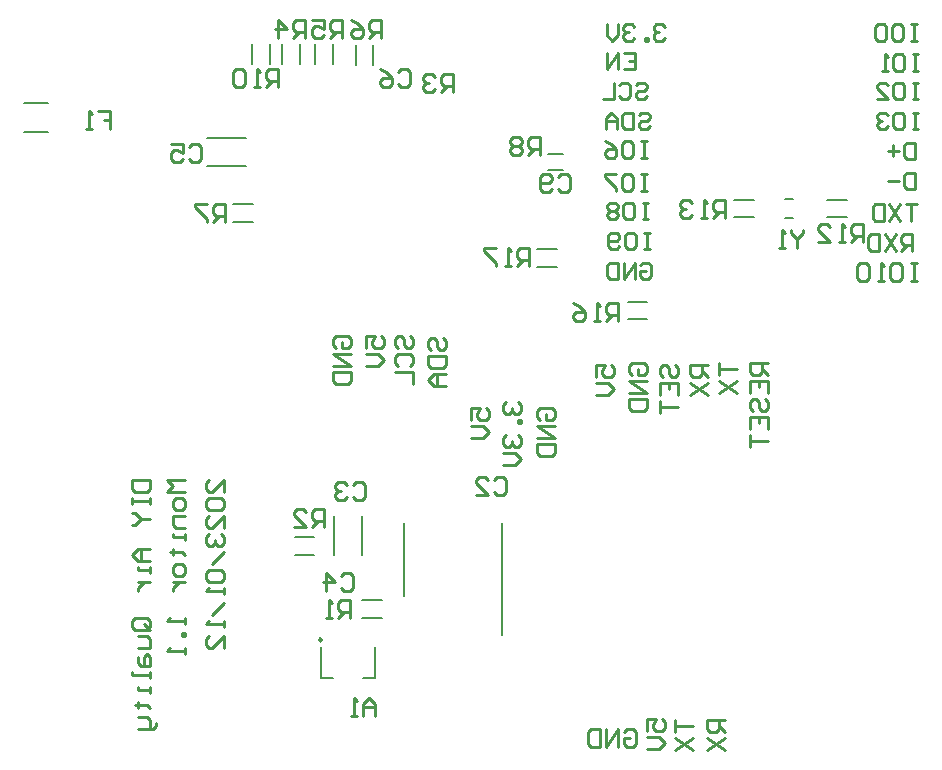
<source format=gbo>
G04*
G04 #@! TF.GenerationSoftware,Altium Limited,Altium Designer,20.0.2 (26)*
G04*
G04 Layer_Color=32896*
%FSLAX25Y25*%
%MOIN*%
G70*
G01*
G75*
%ADD10C,0.00787*%
%ADD11C,0.00984*%
%ADD16C,0.01000*%
D10*
X291995Y447843D02*
X297005D01*
X291995Y453157D02*
X297005D01*
X288592Y421399D02*
X295176D01*
X288592Y415601D02*
X295176D01*
X187208Y430601D02*
X193792D01*
X187208Y436399D02*
X193792D01*
X318708Y403899D02*
X325292D01*
X318708Y398101D02*
X325292D01*
X354208Y432101D02*
X360792D01*
X354208Y437899D02*
X360792D01*
X371220Y438150D02*
X373780D01*
X371220Y431850D02*
X373780D01*
X385208Y437899D02*
X391792D01*
X385208Y432101D02*
X391792D01*
X178492Y449362D02*
X191508D01*
X178492Y458638D02*
X191508D01*
X117366Y470323D02*
X125634D01*
X117366Y460677D02*
X125634D01*
X276839Y292937D02*
Y330339D01*
X244161Y305831D02*
Y330339D01*
X230618Y278496D02*
X234555D01*
Y288732D01*
X216445Y278496D02*
X220382D01*
X216445D02*
Y288732D01*
X220862Y319492D02*
Y332508D01*
X230138Y319492D02*
Y332508D01*
X230092Y304399D02*
X236676D01*
X230092Y298601D02*
X236676D01*
X207708Y325399D02*
X214292D01*
X207708Y319601D02*
X214292D01*
X203601Y483208D02*
Y489792D01*
X209399Y483208D02*
Y489792D01*
X214601Y483208D02*
Y489792D01*
X220399Y483208D02*
Y489792D01*
X233899Y482824D02*
Y489408D01*
X228101Y482824D02*
Y489408D01*
X193601Y483208D02*
Y489792D01*
X199399Y483208D02*
Y489792D01*
D11*
X216740Y291291D02*
G03*
X216740Y291291I-492J0D01*
G01*
D16*
X153405Y344500D02*
X159403D01*
Y341501D01*
X158403Y340501D01*
X154405D01*
X153405Y341501D01*
Y344500D01*
Y338502D02*
Y336503D01*
Y337502D01*
X159403D01*
Y338502D01*
Y336503D01*
X153405Y333504D02*
X154405D01*
X156404Y331504D01*
X154405Y329505D01*
X153405D01*
X156404Y331504D02*
X159403D01*
Y321507D02*
X155404D01*
X153405Y319508D01*
X155404Y317509D01*
X159403D01*
X156404D01*
Y321507D01*
X159403Y315509D02*
Y313510D01*
Y314510D01*
X155404D01*
Y315509D01*
Y310511D02*
X159403D01*
X157404D01*
X156404Y309511D01*
X155404Y308512D01*
Y307512D01*
X158403Y294516D02*
X154405D01*
X153405Y295516D01*
Y297515D01*
X154405Y298515D01*
X158403D01*
X159403Y297515D01*
Y295516D01*
X157404Y296515D02*
X159403Y294516D01*
Y295516D02*
X158403Y294516D01*
X155404Y292517D02*
X158403D01*
X159403Y291517D01*
Y288518D01*
X155404D01*
Y285519D02*
Y283520D01*
X156404Y282520D01*
X159403D01*
Y285519D01*
X158403Y286519D01*
X157404Y285519D01*
Y282520D01*
X159403Y280521D02*
Y278521D01*
Y279521D01*
X153405D01*
Y280521D01*
X159403Y275522D02*
Y273523D01*
Y274523D01*
X155404D01*
Y275522D01*
X154405Y269524D02*
X155404D01*
Y270524D01*
Y268525D01*
Y269524D01*
X158403D01*
X159403Y268525D01*
X155404Y265526D02*
X158403D01*
X159403Y264526D01*
Y261527D01*
X160403D01*
X161402Y262526D01*
Y263526D01*
X159403Y261527D02*
X155404D01*
X171000Y344500D02*
X165002D01*
X167001Y342501D01*
X165002Y340501D01*
X171000D01*
Y337502D02*
Y335503D01*
X170000Y334503D01*
X168001D01*
X167001Y335503D01*
Y337502D01*
X168001Y338502D01*
X170000D01*
X171000Y337502D01*
Y332504D02*
X167001D01*
Y329505D01*
X168001Y328505D01*
X171000D01*
Y326506D02*
Y324506D01*
Y325506D01*
X167001D01*
Y326506D01*
X166002Y320508D02*
X167001D01*
Y321507D01*
Y319508D01*
Y320508D01*
X170000D01*
X171000Y319508D01*
Y315509D02*
Y313510D01*
X170000Y312510D01*
X168001D01*
X167001Y313510D01*
Y315509D01*
X168001Y316509D01*
X170000D01*
X171000Y315509D01*
X167001Y310511D02*
X171000D01*
X169001D01*
X168001Y309511D01*
X167001Y308512D01*
Y307512D01*
X171000Y298515D02*
Y296515D01*
Y297515D01*
X165002D01*
X166002Y298515D01*
X171000Y293516D02*
X170000D01*
Y292517D01*
X171000D01*
Y293516D01*
Y288518D02*
Y286519D01*
Y287518D01*
X165002D01*
X166002Y288518D01*
X184000Y340501D02*
Y344500D01*
X180001Y340501D01*
X179002D01*
X178002Y341501D01*
Y343500D01*
X179002Y344500D01*
Y338502D02*
X178002Y337502D01*
Y335503D01*
X179002Y334503D01*
X183000D01*
X184000Y335503D01*
Y337502D01*
X183000Y338502D01*
X179002D01*
X184000Y328505D02*
Y332504D01*
X180001Y328505D01*
X179002D01*
X178002Y329505D01*
Y331504D01*
X179002Y332504D01*
Y326506D02*
X178002Y325506D01*
Y323507D01*
X179002Y322507D01*
X180001D01*
X181001Y323507D01*
Y324506D01*
Y323507D01*
X182001Y322507D01*
X183000D01*
X184000Y323507D01*
Y325506D01*
X183000Y326506D01*
X184000Y320508D02*
X180001Y316509D01*
X179002Y314510D02*
X178002Y313510D01*
Y311511D01*
X179002Y310511D01*
X183000D01*
X184000Y311511D01*
Y313510D01*
X183000Y314510D01*
X179002D01*
X184000Y308512D02*
Y306512D01*
Y307512D01*
X178002D01*
X179002Y308512D01*
X184000Y303513D02*
X180001Y299515D01*
X184000Y297515D02*
Y295516D01*
Y296515D01*
X178002D01*
X179002Y297515D01*
X184000Y288518D02*
Y292517D01*
X180001Y288518D01*
X179002D01*
X178002Y289518D01*
Y291517D01*
X179002Y292517D01*
X415000Y416998D02*
X413001D01*
X414000D01*
Y411000D01*
X415000D01*
X413001D01*
X407003Y416998D02*
X409002D01*
X410002Y415998D01*
Y412000D01*
X409002Y411000D01*
X407003D01*
X406003Y412000D01*
Y415998D01*
X407003Y416998D01*
X404004Y411000D02*
X402004D01*
X403004D01*
Y416998D01*
X404004Y415998D01*
X399005D02*
X398006Y416998D01*
X396006D01*
X395006Y415998D01*
Y412000D01*
X396006Y411000D01*
X398006D01*
X399005Y412000D01*
Y415998D01*
X413500Y421000D02*
Y426498D01*
X410751D01*
X409834Y425582D01*
Y423749D01*
X410751Y422833D01*
X413500D01*
X411667D02*
X409834Y421000D01*
X408002Y426498D02*
X404336Y421000D01*
Y426498D02*
X408002Y421000D01*
X402504Y426498D02*
Y421000D01*
X399754D01*
X398838Y421916D01*
Y425582D01*
X399754Y426498D01*
X402504D01*
X415000Y436498D02*
X411335D01*
X413167D01*
Y431000D01*
X409502Y436498D02*
X405836Y431000D01*
Y436498D02*
X409502Y431000D01*
X404004Y436498D02*
Y431000D01*
X401254D01*
X400338Y431916D01*
Y435582D01*
X401254Y436498D01*
X404004D01*
X414500Y446998D02*
Y441500D01*
X411751D01*
X410835Y442416D01*
Y446082D01*
X411751Y446998D01*
X414500D01*
X409002Y444249D02*
X405336D01*
X414500Y456998D02*
Y451500D01*
X411751D01*
X410835Y452416D01*
Y456082D01*
X411751Y456998D01*
X414500D01*
X409002Y454249D02*
X405336D01*
X407169Y456082D02*
Y452416D01*
X415500Y466998D02*
X413667D01*
X414584D01*
Y461500D01*
X415500D01*
X413667D01*
X408169Y466998D02*
X410002D01*
X410918Y466082D01*
Y462416D01*
X410002Y461500D01*
X408169D01*
X407253Y462416D01*
Y466082D01*
X408169Y466998D01*
X405420Y466082D02*
X404504Y466998D01*
X402671D01*
X401754Y466082D01*
Y465166D01*
X402671Y464249D01*
X403587D01*
X402671D01*
X401754Y463333D01*
Y462416D01*
X402671Y461500D01*
X404504D01*
X405420Y462416D01*
X415500Y476998D02*
X413667D01*
X414584D01*
Y471500D01*
X415500D01*
X413667D01*
X408169Y476998D02*
X410002D01*
X410918Y476082D01*
Y472416D01*
X410002Y471500D01*
X408169D01*
X407253Y472416D01*
Y476082D01*
X408169Y476998D01*
X401754Y471500D02*
X405420D01*
X401754Y475166D01*
Y476082D01*
X402671Y476998D01*
X404504D01*
X405420Y476082D01*
X415500Y486498D02*
X413667D01*
X414584D01*
Y481000D01*
X415500D01*
X413667D01*
X408169Y486498D02*
X410002D01*
X410918Y485582D01*
Y481916D01*
X410002Y481000D01*
X408169D01*
X407253Y481916D01*
Y485582D01*
X408169Y486498D01*
X405420Y481000D02*
X403587D01*
X404504D01*
Y486498D01*
X405420Y485582D01*
X415000Y496498D02*
X413167D01*
X414084D01*
Y491000D01*
X415000D01*
X413167D01*
X407669Y496498D02*
X409502D01*
X410418Y495582D01*
Y491916D01*
X409502Y491000D01*
X407669D01*
X406753Y491916D01*
Y495582D01*
X407669Y496498D01*
X404920Y495582D02*
X404004Y496498D01*
X402171D01*
X401254Y495582D01*
Y491916D01*
X402171Y491000D01*
X404004D01*
X404920Y491916D01*
Y495582D01*
X322834Y416082D02*
X323751Y416998D01*
X325584D01*
X326500Y416082D01*
Y412416D01*
X325584Y411500D01*
X323751D01*
X322834Y412416D01*
Y414249D01*
X324667D01*
X321002Y411500D02*
Y416998D01*
X317336Y411500D01*
Y416998D01*
X315504D02*
Y411500D01*
X312754D01*
X311838Y412416D01*
Y416082D01*
X312754Y416998D01*
X315504D01*
X326000Y426998D02*
X324167D01*
X325084D01*
Y421500D01*
X326000D01*
X324167D01*
X318669Y426998D02*
X320502D01*
X321418Y426082D01*
Y422416D01*
X320502Y421500D01*
X318669D01*
X317753Y422416D01*
Y426082D01*
X318669Y426998D01*
X315920Y422416D02*
X315004Y421500D01*
X313171D01*
X312254Y422416D01*
Y426082D01*
X313171Y426998D01*
X315004D01*
X315920Y426082D01*
Y425166D01*
X315004Y424249D01*
X312254D01*
X325500Y436998D02*
X323667D01*
X324584D01*
Y431500D01*
X325500D01*
X323667D01*
X318169Y436998D02*
X320002D01*
X320918Y436082D01*
Y432416D01*
X320002Y431500D01*
X318169D01*
X317253Y432416D01*
Y436082D01*
X318169Y436998D01*
X315420Y436082D02*
X314504Y436998D01*
X312671D01*
X311754Y436082D01*
Y435166D01*
X312671Y434249D01*
X311754Y433333D01*
Y432416D01*
X312671Y431500D01*
X314504D01*
X315420Y432416D01*
Y433333D01*
X314504Y434249D01*
X315420Y435166D01*
Y436082D01*
X314504Y434249D02*
X312671D01*
X325000Y446498D02*
X323167D01*
X324084D01*
Y441000D01*
X325000D01*
X323167D01*
X317669Y446498D02*
X319502D01*
X320418Y445582D01*
Y441916D01*
X319502Y441000D01*
X317669D01*
X316753Y441916D01*
Y445582D01*
X317669Y446498D01*
X314920D02*
X311254D01*
Y445582D01*
X314920Y441916D01*
Y441000D01*
X325000Y457498D02*
X323167D01*
X324084D01*
Y452000D01*
X325000D01*
X323167D01*
X317669Y457498D02*
X319502D01*
X320418Y456582D01*
Y452916D01*
X319502Y452000D01*
X317669D01*
X316753Y452916D01*
Y456582D01*
X317669Y457498D01*
X311254D02*
X313087Y456582D01*
X314920Y454749D01*
Y452916D01*
X314004Y452000D01*
X312171D01*
X311254Y452916D01*
Y453833D01*
X312171Y454749D01*
X314920D01*
X322335Y466082D02*
X323251Y466998D01*
X325084D01*
X326000Y466082D01*
Y465166D01*
X325084Y464249D01*
X323251D01*
X322335Y463333D01*
Y462416D01*
X323251Y461500D01*
X325084D01*
X326000Y462416D01*
X320502Y466998D02*
Y461500D01*
X317753D01*
X316836Y462416D01*
Y466082D01*
X317753Y466998D01*
X320502D01*
X315004Y461500D02*
Y465166D01*
X313171Y466998D01*
X311338Y465166D01*
Y461500D01*
Y464249D01*
X315004D01*
X321335Y476082D02*
X322251Y476998D01*
X324084D01*
X325000Y476082D01*
Y475166D01*
X324084Y474249D01*
X322251D01*
X321335Y473333D01*
Y472416D01*
X322251Y471500D01*
X324084D01*
X325000Y472416D01*
X315836Y476082D02*
X316753Y476998D01*
X318585D01*
X319502Y476082D01*
Y472416D01*
X318585Y471500D01*
X316753D01*
X315836Y472416D01*
X314004Y476998D02*
Y471500D01*
X310338D01*
X317335Y486998D02*
X321000D01*
Y481500D01*
X317335D01*
X321000Y484249D02*
X319167D01*
X315502Y481500D02*
Y486998D01*
X311836Y481500D01*
Y486998D01*
X331000Y495582D02*
X330084Y496498D01*
X328251D01*
X327334Y495582D01*
Y494665D01*
X328251Y493749D01*
X329167D01*
X328251D01*
X327334Y492833D01*
Y491916D01*
X328251Y491000D01*
X330084D01*
X331000Y491916D01*
X325502Y491000D02*
Y491916D01*
X324585D01*
Y491000D01*
X325502D01*
X320920Y495582D02*
X320004Y496498D01*
X318171D01*
X317254Y495582D01*
Y494665D01*
X318171Y493749D01*
X319087D01*
X318171D01*
X317254Y492833D01*
Y491916D01*
X318171Y491000D01*
X320004D01*
X320920Y491916D01*
X315422Y496498D02*
Y492833D01*
X313589Y491000D01*
X311756Y492833D01*
Y496498D01*
X253002Y388001D02*
X252002Y389001D01*
Y391000D01*
X253002Y392000D01*
X254001D01*
X255001Y391000D01*
Y389001D01*
X256001Y388001D01*
X257000D01*
X258000Y389001D01*
Y391000D01*
X257000Y392000D01*
X252002Y386002D02*
X258000D01*
Y383003D01*
X257000Y382003D01*
X253002D01*
X252002Y383003D01*
Y386002D01*
X258000Y380004D02*
X254001D01*
X252002Y378005D01*
X254001Y376005D01*
X258000D01*
X255001D01*
Y380004D01*
X242002Y388501D02*
X241002Y389501D01*
Y391500D01*
X242002Y392500D01*
X243001D01*
X244001Y391500D01*
Y389501D01*
X245001Y388501D01*
X246000D01*
X247000Y389501D01*
Y391500D01*
X246000Y392500D01*
X242002Y382503D02*
X241002Y383503D01*
Y385502D01*
X242002Y386502D01*
X246000D01*
X247000Y385502D01*
Y383503D01*
X246000Y382503D01*
X241002Y380504D02*
X247000D01*
Y376505D01*
X231502Y388501D02*
Y392500D01*
X234501D01*
X233501Y390501D01*
Y389501D01*
X234501Y388501D01*
X236500D01*
X237500Y389501D01*
Y391500D01*
X236500Y392500D01*
X231502Y386502D02*
X235501D01*
X237500Y384503D01*
X235501Y382503D01*
X231502D01*
X221502Y388501D02*
X220502Y389501D01*
Y391500D01*
X221502Y392500D01*
X225500D01*
X226500Y391500D01*
Y389501D01*
X225500Y388501D01*
X223501D01*
Y390501D01*
X226500Y386502D02*
X220502D01*
X226500Y382503D01*
X220502D01*
Y380504D02*
X226500D01*
Y377505D01*
X225500Y376505D01*
X221502D01*
X220502Y377505D01*
Y380504D01*
X266502Y364501D02*
Y368500D01*
X269501D01*
X268501Y366501D01*
Y365501D01*
X269501Y364501D01*
X271500D01*
X272500Y365501D01*
Y367500D01*
X271500Y368500D01*
X266502Y362502D02*
X270501D01*
X272500Y360503D01*
X270501Y358503D01*
X266502D01*
X278002Y370500D02*
X277002Y369500D01*
Y367501D01*
X278002Y366501D01*
X279001D01*
X280001Y367501D01*
Y368501D01*
Y367501D01*
X281001Y366501D01*
X282000D01*
X283000Y367501D01*
Y369500D01*
X282000Y370500D01*
X283000Y364502D02*
X282000D01*
Y363502D01*
X283000D01*
Y364502D01*
X278002Y359504D02*
X277002Y358504D01*
Y356505D01*
X278002Y355505D01*
X279001D01*
X280001Y356505D01*
Y357504D01*
Y356505D01*
X281001Y355505D01*
X282000D01*
X283000Y356505D01*
Y358504D01*
X282000Y359504D01*
X277002Y353505D02*
X281001D01*
X283000Y351506D01*
X281001Y349507D01*
X277002D01*
X289502Y364501D02*
X288502Y365501D01*
Y367500D01*
X289502Y368500D01*
X293500D01*
X294500Y367500D01*
Y365501D01*
X293500Y364501D01*
X291501D01*
Y366501D01*
X294500Y362502D02*
X288502D01*
X294500Y358503D01*
X288502D01*
Y356504D02*
X294500D01*
Y353505D01*
X293500Y352505D01*
X289502D01*
X288502Y353505D01*
Y356504D01*
X317501Y260498D02*
X318501Y261498D01*
X320500D01*
X321500Y260498D01*
Y256500D01*
X320500Y255500D01*
X318501D01*
X317501Y256500D01*
Y258499D01*
X319501D01*
X315502Y255500D02*
Y261498D01*
X311503Y255500D01*
Y261498D01*
X309504D02*
Y255500D01*
X306505D01*
X305505Y256500D01*
Y260498D01*
X306505Y261498D01*
X309504D01*
X334502Y264500D02*
Y260501D01*
Y262501D01*
X340500D01*
X334502Y258502D02*
X340500Y254503D01*
X334502D02*
X340500Y258502D01*
X351000Y264500D02*
X345002D01*
Y261501D01*
X346002Y260501D01*
X348001D01*
X349001Y261501D01*
Y264500D01*
Y262501D02*
X351000Y260501D01*
X345002Y258502D02*
X351000Y254503D01*
X345002D02*
X351000Y258502D01*
X345500Y383000D02*
X339502D01*
Y380001D01*
X340502Y379001D01*
X342501D01*
X343501Y380001D01*
Y383000D01*
Y381001D02*
X345500Y379001D01*
X339502Y377002D02*
X345500Y373003D01*
X339502D02*
X345500Y377002D01*
X325002Y261001D02*
Y265000D01*
X328001D01*
X327001Y263001D01*
Y262001D01*
X328001Y261001D01*
X330000D01*
X331000Y262001D01*
Y264000D01*
X330000Y265000D01*
X325002Y259002D02*
X329001D01*
X331000Y257003D01*
X329001Y255003D01*
X325002D01*
X365500Y383500D02*
X359502D01*
Y380501D01*
X360502Y379501D01*
X362501D01*
X363501Y380501D01*
Y383500D01*
Y381501D02*
X365500Y379501D01*
X359502Y373503D02*
Y377502D01*
X365500D01*
Y373503D01*
X362501Y377502D02*
Y375503D01*
X360502Y367505D02*
X359502Y368505D01*
Y370504D01*
X360502Y371504D01*
X361501D01*
X362501Y370504D01*
Y368505D01*
X363501Y367505D01*
X364500D01*
X365500Y368505D01*
Y370504D01*
X364500Y371504D01*
X359502Y361507D02*
Y365506D01*
X365500D01*
Y361507D01*
X362501Y365506D02*
Y363507D01*
X359502Y359508D02*
Y355509D01*
Y357508D01*
X365500D01*
X349002Y383500D02*
Y379501D01*
Y381501D01*
X355000D01*
X349002Y377502D02*
X355000Y373503D01*
X349002D02*
X355000Y377502D01*
X330502Y379001D02*
X329502Y380001D01*
Y382000D01*
X330502Y383000D01*
X331501D01*
X332501Y382000D01*
Y380001D01*
X333501Y379001D01*
X334500D01*
X335500Y380001D01*
Y382000D01*
X334500Y383000D01*
X329502Y373003D02*
Y377002D01*
X335500D01*
Y373003D01*
X332501Y377002D02*
Y375003D01*
X329502Y371004D02*
Y367005D01*
Y369005D01*
X335500D01*
X320002Y379501D02*
X319002Y380501D01*
Y382500D01*
X320002Y383500D01*
X324000D01*
X325000Y382500D01*
Y380501D01*
X324000Y379501D01*
X322001D01*
Y381501D01*
X325000Y377502D02*
X319002D01*
X325000Y373503D01*
X319002D01*
Y371504D02*
X325000D01*
Y368505D01*
X324000Y367505D01*
X320002D01*
X319002Y368505D01*
Y371504D01*
X308002Y379001D02*
Y383000D01*
X311001D01*
X310001Y381001D01*
Y380001D01*
X311001Y379001D01*
X313000D01*
X314000Y380001D01*
Y382000D01*
X313000Y383000D01*
X308002Y377002D02*
X312001D01*
X314000Y375003D01*
X312001Y373003D01*
X308002D01*
X285884Y416000D02*
Y421998D01*
X282885D01*
X281885Y420998D01*
Y418999D01*
X282885Y417999D01*
X285884D01*
X283885D02*
X281885Y416000D01*
X279886D02*
X277887D01*
X278886D01*
Y421998D01*
X279886Y420998D01*
X274888Y421998D02*
X270889D01*
Y420998D01*
X274888Y417000D01*
Y416000D01*
X315500Y397500D02*
Y403498D01*
X312501D01*
X311501Y402498D01*
Y400499D01*
X312501Y399499D01*
X315500D01*
X313501D02*
X311501Y397500D01*
X309502D02*
X307503D01*
X308502D01*
Y403498D01*
X309502Y402498D01*
X300505Y403498D02*
X302504Y402498D01*
X304504Y400499D01*
Y398500D01*
X303504Y397500D01*
X301504D01*
X300505Y398500D01*
Y399499D01*
X301504Y400499D01*
X304504D01*
X377000Y427998D02*
Y426998D01*
X375001Y424999D01*
X373001Y426998D01*
Y427998D01*
X375001Y424999D02*
Y422000D01*
X371002D02*
X369003D01*
X370002D01*
Y427998D01*
X371002Y426998D01*
X351000Y432000D02*
Y437998D01*
X348001D01*
X347001Y436998D01*
Y434999D01*
X348001Y433999D01*
X351000D01*
X349001D02*
X347001Y432000D01*
X345002D02*
X343003D01*
X344002D01*
Y437998D01*
X345002Y436998D01*
X340004D02*
X339004Y437998D01*
X337004D01*
X336005Y436998D01*
Y435999D01*
X337004Y434999D01*
X338004D01*
X337004D01*
X336005Y433999D01*
Y433000D01*
X337004Y432000D01*
X339004D01*
X340004Y433000D01*
X397000Y424000D02*
Y429998D01*
X394001D01*
X393001Y428998D01*
Y426999D01*
X394001Y425999D01*
X397000D01*
X395001D02*
X393001Y424000D01*
X391002D02*
X389003D01*
X390002D01*
Y429998D01*
X391002Y428998D01*
X382005Y424000D02*
X386004D01*
X382005Y427999D01*
Y428998D01*
X383004Y429998D01*
X385004D01*
X386004Y428998D01*
X202000Y475500D02*
Y481498D01*
X199001D01*
X198001Y480498D01*
Y478499D01*
X199001Y477499D01*
X202000D01*
X200001D02*
X198001Y475500D01*
X196002D02*
X194003D01*
X195002D01*
Y481498D01*
X196002Y480498D01*
X191004D02*
X190004Y481498D01*
X188005D01*
X187005Y480498D01*
Y476500D01*
X188005Y475500D01*
X190004D01*
X191004Y476500D01*
Y480498D01*
X289500Y453000D02*
Y458998D01*
X286501D01*
X285501Y457998D01*
Y455999D01*
X286501Y454999D01*
X289500D01*
X287501D02*
X285501Y453000D01*
X283502Y457998D02*
X282502Y458998D01*
X280503D01*
X279503Y457998D01*
Y456999D01*
X280503Y455999D01*
X279503Y454999D01*
Y454000D01*
X280503Y453000D01*
X282502D01*
X283502Y454000D01*
Y454999D01*
X282502Y455999D01*
X283502Y456999D01*
Y457998D01*
X282502Y455999D02*
X280503D01*
X184500Y430500D02*
Y436498D01*
X181501D01*
X180501Y435498D01*
Y433499D01*
X181501Y432499D01*
X184500D01*
X182501D02*
X180501Y430500D01*
X178502Y436498D02*
X174503D01*
Y435498D01*
X178502Y431500D01*
Y430500D01*
X236500Y492000D02*
Y497998D01*
X233501D01*
X232501Y496998D01*
Y494999D01*
X233501Y493999D01*
X236500D01*
X234501D02*
X232501Y492000D01*
X226503Y497998D02*
X228503Y496998D01*
X230502Y494999D01*
Y493000D01*
X229502Y492000D01*
X227503D01*
X226503Y493000D01*
Y493999D01*
X227503Y494999D01*
X230502D01*
X223500Y492000D02*
Y497998D01*
X220501D01*
X219501Y496998D01*
Y494999D01*
X220501Y493999D01*
X223500D01*
X221501D02*
X219501Y492000D01*
X213503Y497998D02*
X217502D01*
Y494999D01*
X215503Y495999D01*
X214503D01*
X213503Y494999D01*
Y493000D01*
X214503Y492000D01*
X216502D01*
X217502Y493000D01*
X211000Y492000D02*
Y497998D01*
X208001D01*
X207001Y496998D01*
Y494999D01*
X208001Y493999D01*
X211000D01*
X209001D02*
X207001Y492000D01*
X202003D02*
Y497998D01*
X205002Y494999D01*
X201003D01*
X260500Y474000D02*
Y479998D01*
X257501D01*
X256501Y478998D01*
Y476999D01*
X257501Y475999D01*
X260500D01*
X258501D02*
X256501Y474000D01*
X254502Y478998D02*
X253502Y479998D01*
X251503D01*
X250503Y478998D01*
Y477999D01*
X251503Y476999D01*
X252503D01*
X251503D01*
X250503Y475999D01*
Y475000D01*
X251503Y474000D01*
X253502D01*
X254502Y475000D01*
X217484Y328800D02*
Y334798D01*
X214485D01*
X213485Y333798D01*
Y331799D01*
X214485Y330799D01*
X217484D01*
X215485D02*
X213485Y328800D01*
X207487D02*
X211486D01*
X207487Y332799D01*
Y333798D01*
X208487Y334798D01*
X210486D01*
X211486Y333798D01*
X226000Y298500D02*
Y304498D01*
X223001D01*
X222001Y303498D01*
Y301499D01*
X223001Y300499D01*
X226000D01*
X224001D02*
X222001Y298500D01*
X220002D02*
X218003D01*
X219002D01*
Y304498D01*
X220002Y303498D01*
X142001Y467498D02*
X146000D01*
Y464499D01*
X144001D01*
X146000D01*
Y461500D01*
X140002D02*
X138003D01*
X139002D01*
Y467498D01*
X140002Y466498D01*
X295501Y445498D02*
X296501Y446498D01*
X298500D01*
X299500Y445498D01*
Y441500D01*
X298500Y440500D01*
X296501D01*
X295501Y441500D01*
X293502D02*
X292502Y440500D01*
X290503D01*
X289503Y441500D01*
Y445498D01*
X290503Y446498D01*
X292502D01*
X293502Y445498D01*
Y444499D01*
X292502Y443499D01*
X289503D01*
X242001Y480498D02*
X243001Y481498D01*
X245000D01*
X246000Y480498D01*
Y476500D01*
X245000Y475500D01*
X243001D01*
X242001Y476500D01*
X236003Y481498D02*
X238003Y480498D01*
X240002Y478499D01*
Y476500D01*
X239002Y475500D01*
X237003D01*
X236003Y476500D01*
Y477499D01*
X237003Y478499D01*
X240002D01*
X172501Y455498D02*
X173501Y456498D01*
X175500D01*
X176500Y455498D01*
Y451500D01*
X175500Y450500D01*
X173501D01*
X172501Y451500D01*
X166503Y456498D02*
X170502D01*
Y453499D01*
X168503Y454499D01*
X167503D01*
X166503Y453499D01*
Y451500D01*
X167503Y450500D01*
X169502D01*
X170502Y451500D01*
X223001Y312498D02*
X224001Y313498D01*
X226000D01*
X227000Y312498D01*
Y308500D01*
X226000Y307500D01*
X224001D01*
X223001Y308500D01*
X218003Y307500D02*
Y313498D01*
X221002Y310499D01*
X217003D01*
X227101Y342898D02*
X228101Y343898D01*
X230100D01*
X231100Y342898D01*
Y338900D01*
X230100Y337900D01*
X228101D01*
X227101Y338900D01*
X225102Y342898D02*
X224102Y343898D01*
X222103D01*
X221103Y342898D01*
Y341899D01*
X222103Y340899D01*
X223103D01*
X222103D01*
X221103Y339899D01*
Y338900D01*
X222103Y337900D01*
X224102D01*
X225102Y338900D01*
X274001Y344498D02*
X275001Y345498D01*
X277000D01*
X278000Y344498D01*
Y340500D01*
X277000Y339500D01*
X275001D01*
X274001Y340500D01*
X268003Y339500D02*
X272002D01*
X268003Y343499D01*
Y344498D01*
X269003Y345498D01*
X271002D01*
X272002Y344498D01*
X234500Y266000D02*
Y269999D01*
X232501Y271998D01*
X230501Y269999D01*
Y266000D01*
Y268999D01*
X234500D01*
X228502Y266000D02*
X226503D01*
X227502D01*
Y271998D01*
X228502Y270998D01*
M02*

</source>
